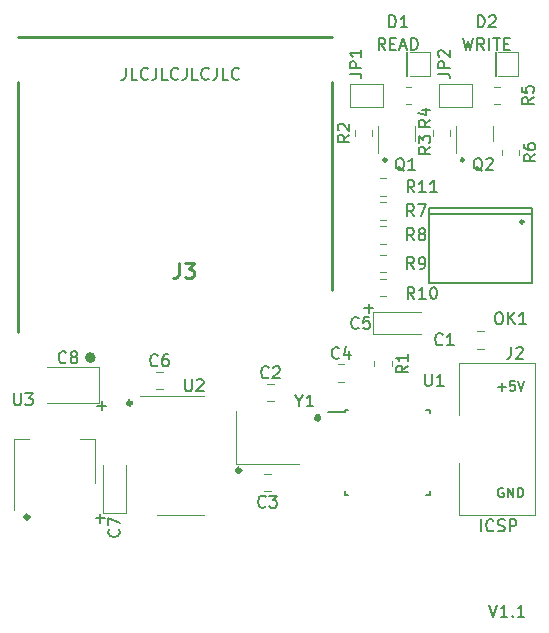
<source format=gbr>
%TF.GenerationSoftware,KiCad,Pcbnew,7.0.8*%
%TF.CreationDate,2023-11-03T15:22:21-05:00*%
%TF.ProjectId,tapecart-sd-vertical,74617065-6361-4727-942d-73642d766572,rev?*%
%TF.SameCoordinates,Original*%
%TF.FileFunction,Legend,Top*%
%TF.FilePolarity,Positive*%
%FSLAX46Y46*%
G04 Gerber Fmt 4.6, Leading zero omitted, Abs format (unit mm)*
G04 Created by KiCad (PCBNEW 7.0.8) date 2023-11-03 15:22:21*
%MOMM*%
%LPD*%
G01*
G04 APERTURE LIST*
%ADD10C,0.358981*%
%ADD11C,0.275000*%
%ADD12C,0.150000*%
%ADD13C,0.200000*%
%ADD14C,0.254000*%
%ADD15C,0.120000*%
%ADD16C,0.500000*%
%ADD17C,0.152400*%
%ADD18C,0.276100*%
G04 APERTURE END LIST*
D10*
X154581509Y-119380000D02*
G75*
G03*
X154581509Y-119380000I-179490J0D01*
G01*
X161245471Y-114935000D02*
G75*
G03*
X161245471Y-114935000I-179490J0D01*
G01*
D11*
X173492500Y-93091000D02*
G75*
G03*
X173492500Y-93091000I-137500J0D01*
G01*
D10*
X145340490Y-113665000D02*
G75*
G03*
X145340490Y-113665000I-179490J0D01*
G01*
X136674509Y-123317000D02*
G75*
G03*
X136674509Y-123317000I-179490J0D01*
G01*
D11*
X166942500Y-93091000D02*
G75*
G03*
X166942500Y-93091000I-137500J0D01*
G01*
D12*
X176809476Y-120885390D02*
X176733286Y-120847295D01*
X176733286Y-120847295D02*
X176619000Y-120847295D01*
X176619000Y-120847295D02*
X176504714Y-120885390D01*
X176504714Y-120885390D02*
X176428524Y-120961580D01*
X176428524Y-120961580D02*
X176390429Y-121037771D01*
X176390429Y-121037771D02*
X176352333Y-121190152D01*
X176352333Y-121190152D02*
X176352333Y-121304438D01*
X176352333Y-121304438D02*
X176390429Y-121456819D01*
X176390429Y-121456819D02*
X176428524Y-121533009D01*
X176428524Y-121533009D02*
X176504714Y-121609200D01*
X176504714Y-121609200D02*
X176619000Y-121647295D01*
X176619000Y-121647295D02*
X176695191Y-121647295D01*
X176695191Y-121647295D02*
X176809476Y-121609200D01*
X176809476Y-121609200D02*
X176847572Y-121571104D01*
X176847572Y-121571104D02*
X176847572Y-121304438D01*
X176847572Y-121304438D02*
X176695191Y-121304438D01*
X177190429Y-121647295D02*
X177190429Y-120847295D01*
X177190429Y-120847295D02*
X177647572Y-121647295D01*
X177647572Y-121647295D02*
X177647572Y-120847295D01*
X178028524Y-121647295D02*
X178028524Y-120847295D01*
X178028524Y-120847295D02*
X178219000Y-120847295D01*
X178219000Y-120847295D02*
X178333286Y-120885390D01*
X178333286Y-120885390D02*
X178409476Y-120961580D01*
X178409476Y-120961580D02*
X178447571Y-121037771D01*
X178447571Y-121037771D02*
X178485667Y-121190152D01*
X178485667Y-121190152D02*
X178485667Y-121304438D01*
X178485667Y-121304438D02*
X178447571Y-121456819D01*
X178447571Y-121456819D02*
X178409476Y-121533009D01*
X178409476Y-121533009D02*
X178333286Y-121609200D01*
X178333286Y-121609200D02*
X178219000Y-121647295D01*
X178219000Y-121647295D02*
X178028524Y-121647295D01*
D13*
X144859951Y-85304219D02*
X144859951Y-86018504D01*
X144859951Y-86018504D02*
X144812332Y-86161361D01*
X144812332Y-86161361D02*
X144717094Y-86256600D01*
X144717094Y-86256600D02*
X144574237Y-86304219D01*
X144574237Y-86304219D02*
X144478999Y-86304219D01*
X145812332Y-86304219D02*
X145336142Y-86304219D01*
X145336142Y-86304219D02*
X145336142Y-85304219D01*
X146717094Y-86208980D02*
X146669475Y-86256600D01*
X146669475Y-86256600D02*
X146526618Y-86304219D01*
X146526618Y-86304219D02*
X146431380Y-86304219D01*
X146431380Y-86304219D02*
X146288523Y-86256600D01*
X146288523Y-86256600D02*
X146193285Y-86161361D01*
X146193285Y-86161361D02*
X146145666Y-86066123D01*
X146145666Y-86066123D02*
X146098047Y-85875647D01*
X146098047Y-85875647D02*
X146098047Y-85732790D01*
X146098047Y-85732790D02*
X146145666Y-85542314D01*
X146145666Y-85542314D02*
X146193285Y-85447076D01*
X146193285Y-85447076D02*
X146288523Y-85351838D01*
X146288523Y-85351838D02*
X146431380Y-85304219D01*
X146431380Y-85304219D02*
X146526618Y-85304219D01*
X146526618Y-85304219D02*
X146669475Y-85351838D01*
X146669475Y-85351838D02*
X146717094Y-85399457D01*
X147431380Y-85304219D02*
X147431380Y-86018504D01*
X147431380Y-86018504D02*
X147383761Y-86161361D01*
X147383761Y-86161361D02*
X147288523Y-86256600D01*
X147288523Y-86256600D02*
X147145666Y-86304219D01*
X147145666Y-86304219D02*
X147050428Y-86304219D01*
X148383761Y-86304219D02*
X147907571Y-86304219D01*
X147907571Y-86304219D02*
X147907571Y-85304219D01*
X149288523Y-86208980D02*
X149240904Y-86256600D01*
X149240904Y-86256600D02*
X149098047Y-86304219D01*
X149098047Y-86304219D02*
X149002809Y-86304219D01*
X149002809Y-86304219D02*
X148859952Y-86256600D01*
X148859952Y-86256600D02*
X148764714Y-86161361D01*
X148764714Y-86161361D02*
X148717095Y-86066123D01*
X148717095Y-86066123D02*
X148669476Y-85875647D01*
X148669476Y-85875647D02*
X148669476Y-85732790D01*
X148669476Y-85732790D02*
X148717095Y-85542314D01*
X148717095Y-85542314D02*
X148764714Y-85447076D01*
X148764714Y-85447076D02*
X148859952Y-85351838D01*
X148859952Y-85351838D02*
X149002809Y-85304219D01*
X149002809Y-85304219D02*
X149098047Y-85304219D01*
X149098047Y-85304219D02*
X149240904Y-85351838D01*
X149240904Y-85351838D02*
X149288523Y-85399457D01*
X150002809Y-85304219D02*
X150002809Y-86018504D01*
X150002809Y-86018504D02*
X149955190Y-86161361D01*
X149955190Y-86161361D02*
X149859952Y-86256600D01*
X149859952Y-86256600D02*
X149717095Y-86304219D01*
X149717095Y-86304219D02*
X149621857Y-86304219D01*
X150955190Y-86304219D02*
X150479000Y-86304219D01*
X150479000Y-86304219D02*
X150479000Y-85304219D01*
X151859952Y-86208980D02*
X151812333Y-86256600D01*
X151812333Y-86256600D02*
X151669476Y-86304219D01*
X151669476Y-86304219D02*
X151574238Y-86304219D01*
X151574238Y-86304219D02*
X151431381Y-86256600D01*
X151431381Y-86256600D02*
X151336143Y-86161361D01*
X151336143Y-86161361D02*
X151288524Y-86066123D01*
X151288524Y-86066123D02*
X151240905Y-85875647D01*
X151240905Y-85875647D02*
X151240905Y-85732790D01*
X151240905Y-85732790D02*
X151288524Y-85542314D01*
X151288524Y-85542314D02*
X151336143Y-85447076D01*
X151336143Y-85447076D02*
X151431381Y-85351838D01*
X151431381Y-85351838D02*
X151574238Y-85304219D01*
X151574238Y-85304219D02*
X151669476Y-85304219D01*
X151669476Y-85304219D02*
X151812333Y-85351838D01*
X151812333Y-85351838D02*
X151859952Y-85399457D01*
X152574238Y-85304219D02*
X152574238Y-86018504D01*
X152574238Y-86018504D02*
X152526619Y-86161361D01*
X152526619Y-86161361D02*
X152431381Y-86256600D01*
X152431381Y-86256600D02*
X152288524Y-86304219D01*
X152288524Y-86304219D02*
X152193286Y-86304219D01*
X153526619Y-86304219D02*
X153050429Y-86304219D01*
X153050429Y-86304219D02*
X153050429Y-85304219D01*
X154431381Y-86208980D02*
X154383762Y-86256600D01*
X154383762Y-86256600D02*
X154240905Y-86304219D01*
X154240905Y-86304219D02*
X154145667Y-86304219D01*
X154145667Y-86304219D02*
X154002810Y-86256600D01*
X154002810Y-86256600D02*
X153907572Y-86161361D01*
X153907572Y-86161361D02*
X153859953Y-86066123D01*
X153859953Y-86066123D02*
X153812334Y-85875647D01*
X153812334Y-85875647D02*
X153812334Y-85732790D01*
X153812334Y-85732790D02*
X153859953Y-85542314D01*
X153859953Y-85542314D02*
X153907572Y-85447076D01*
X153907572Y-85447076D02*
X154002810Y-85351838D01*
X154002810Y-85351838D02*
X154145667Y-85304219D01*
X154145667Y-85304219D02*
X154240905Y-85304219D01*
X154240905Y-85304219D02*
X154383762Y-85351838D01*
X154383762Y-85351838D02*
X154431381Y-85399457D01*
D12*
X142449779Y-113915866D02*
X143211684Y-113915866D01*
X142830731Y-114296819D02*
X142830731Y-113534914D01*
X142322779Y-123440866D02*
X143084684Y-123440866D01*
X142703731Y-123821819D02*
X142703731Y-123059914D01*
X176390429Y-112325533D02*
X176999953Y-112325533D01*
X176695191Y-112630295D02*
X176695191Y-112020771D01*
X177761857Y-111830295D02*
X177380905Y-111830295D01*
X177380905Y-111830295D02*
X177342809Y-112211247D01*
X177342809Y-112211247D02*
X177380905Y-112173152D01*
X177380905Y-112173152D02*
X177457095Y-112135057D01*
X177457095Y-112135057D02*
X177647571Y-112135057D01*
X177647571Y-112135057D02*
X177723762Y-112173152D01*
X177723762Y-112173152D02*
X177761857Y-112211247D01*
X177761857Y-112211247D02*
X177799952Y-112287438D01*
X177799952Y-112287438D02*
X177799952Y-112477914D01*
X177799952Y-112477914D02*
X177761857Y-112554104D01*
X177761857Y-112554104D02*
X177723762Y-112592200D01*
X177723762Y-112592200D02*
X177647571Y-112630295D01*
X177647571Y-112630295D02*
X177457095Y-112630295D01*
X177457095Y-112630295D02*
X177380905Y-112592200D01*
X177380905Y-112592200D02*
X177342809Y-112554104D01*
X178028524Y-111830295D02*
X178295191Y-112630295D01*
X178295191Y-112630295D02*
X178561857Y-111830295D01*
X165055779Y-105660866D02*
X165817684Y-105660866D01*
X165436731Y-106041819D02*
X165436731Y-105279914D01*
D13*
X175641191Y-130770219D02*
X175974524Y-131770219D01*
X175974524Y-131770219D02*
X176307857Y-130770219D01*
X177165000Y-131770219D02*
X176593572Y-131770219D01*
X176879286Y-131770219D02*
X176879286Y-130770219D01*
X176879286Y-130770219D02*
X176784048Y-130913076D01*
X176784048Y-130913076D02*
X176688810Y-131008314D01*
X176688810Y-131008314D02*
X176593572Y-131055933D01*
X177593572Y-131674980D02*
X177641191Y-131722600D01*
X177641191Y-131722600D02*
X177593572Y-131770219D01*
X177593572Y-131770219D02*
X177545953Y-131722600D01*
X177545953Y-131722600D02*
X177593572Y-131674980D01*
X177593572Y-131674980D02*
X177593572Y-131770219D01*
X178593571Y-131770219D02*
X178022143Y-131770219D01*
X178307857Y-131770219D02*
X178307857Y-130770219D01*
X178307857Y-130770219D02*
X178212619Y-130913076D01*
X178212619Y-130913076D02*
X178117381Y-131008314D01*
X178117381Y-131008314D02*
X178022143Y-131055933D01*
D12*
X170180095Y-111214819D02*
X170180095Y-112024342D01*
X170180095Y-112024342D02*
X170227714Y-112119580D01*
X170227714Y-112119580D02*
X170275333Y-112167200D01*
X170275333Y-112167200D02*
X170370571Y-112214819D01*
X170370571Y-112214819D02*
X170561047Y-112214819D01*
X170561047Y-112214819D02*
X170656285Y-112167200D01*
X170656285Y-112167200D02*
X170703904Y-112119580D01*
X170703904Y-112119580D02*
X170751523Y-112024342D01*
X170751523Y-112024342D02*
X170751523Y-111214819D01*
X171751523Y-112214819D02*
X171180095Y-112214819D01*
X171465809Y-112214819D02*
X171465809Y-111214819D01*
X171465809Y-111214819D02*
X171370571Y-111357676D01*
X171370571Y-111357676D02*
X171275333Y-111452914D01*
X171275333Y-111452914D02*
X171180095Y-111500533D01*
X144250580Y-124372666D02*
X144298200Y-124420285D01*
X144298200Y-124420285D02*
X144345819Y-124563142D01*
X144345819Y-124563142D02*
X144345819Y-124658380D01*
X144345819Y-124658380D02*
X144298200Y-124801237D01*
X144298200Y-124801237D02*
X144202961Y-124896475D01*
X144202961Y-124896475D02*
X144107723Y-124944094D01*
X144107723Y-124944094D02*
X143917247Y-124991713D01*
X143917247Y-124991713D02*
X143774390Y-124991713D01*
X143774390Y-124991713D02*
X143583914Y-124944094D01*
X143583914Y-124944094D02*
X143488676Y-124896475D01*
X143488676Y-124896475D02*
X143393438Y-124801237D01*
X143393438Y-124801237D02*
X143345819Y-124658380D01*
X143345819Y-124658380D02*
X143345819Y-124563142D01*
X143345819Y-124563142D02*
X143393438Y-124420285D01*
X143393438Y-124420285D02*
X143441057Y-124372666D01*
X143345819Y-124039332D02*
X143345819Y-123372666D01*
X143345819Y-123372666D02*
X144345819Y-123801237D01*
X175037761Y-94022057D02*
X174942523Y-93974438D01*
X174942523Y-93974438D02*
X174847285Y-93879200D01*
X174847285Y-93879200D02*
X174704428Y-93736342D01*
X174704428Y-93736342D02*
X174609190Y-93688723D01*
X174609190Y-93688723D02*
X174513952Y-93688723D01*
X174561571Y-93926819D02*
X174466333Y-93879200D01*
X174466333Y-93879200D02*
X174371095Y-93783961D01*
X174371095Y-93783961D02*
X174323476Y-93593485D01*
X174323476Y-93593485D02*
X174323476Y-93260152D01*
X174323476Y-93260152D02*
X174371095Y-93069676D01*
X174371095Y-93069676D02*
X174466333Y-92974438D01*
X174466333Y-92974438D02*
X174561571Y-92926819D01*
X174561571Y-92926819D02*
X174752047Y-92926819D01*
X174752047Y-92926819D02*
X174847285Y-92974438D01*
X174847285Y-92974438D02*
X174942523Y-93069676D01*
X174942523Y-93069676D02*
X174990142Y-93260152D01*
X174990142Y-93260152D02*
X174990142Y-93593485D01*
X174990142Y-93593485D02*
X174942523Y-93783961D01*
X174942523Y-93783961D02*
X174847285Y-93879200D01*
X174847285Y-93879200D02*
X174752047Y-93926819D01*
X174752047Y-93926819D02*
X174561571Y-93926819D01*
X175371095Y-93022057D02*
X175418714Y-92974438D01*
X175418714Y-92974438D02*
X175513952Y-92926819D01*
X175513952Y-92926819D02*
X175752047Y-92926819D01*
X175752047Y-92926819D02*
X175847285Y-92974438D01*
X175847285Y-92974438D02*
X175894904Y-93022057D01*
X175894904Y-93022057D02*
X175942523Y-93117295D01*
X175942523Y-93117295D02*
X175942523Y-93212533D01*
X175942523Y-93212533D02*
X175894904Y-93355390D01*
X175894904Y-93355390D02*
X175323476Y-93926819D01*
X175323476Y-93926819D02*
X175942523Y-93926819D01*
X169251333Y-102308819D02*
X168918000Y-101832628D01*
X168679905Y-102308819D02*
X168679905Y-101308819D01*
X168679905Y-101308819D02*
X169060857Y-101308819D01*
X169060857Y-101308819D02*
X169156095Y-101356438D01*
X169156095Y-101356438D02*
X169203714Y-101404057D01*
X169203714Y-101404057D02*
X169251333Y-101499295D01*
X169251333Y-101499295D02*
X169251333Y-101642152D01*
X169251333Y-101642152D02*
X169203714Y-101737390D01*
X169203714Y-101737390D02*
X169156095Y-101785009D01*
X169156095Y-101785009D02*
X169060857Y-101832628D01*
X169060857Y-101832628D02*
X168679905Y-101832628D01*
X169727524Y-102308819D02*
X169918000Y-102308819D01*
X169918000Y-102308819D02*
X170013238Y-102261200D01*
X170013238Y-102261200D02*
X170060857Y-102213580D01*
X170060857Y-102213580D02*
X170156095Y-102070723D01*
X170156095Y-102070723D02*
X170203714Y-101880247D01*
X170203714Y-101880247D02*
X170203714Y-101499295D01*
X170203714Y-101499295D02*
X170156095Y-101404057D01*
X170156095Y-101404057D02*
X170108476Y-101356438D01*
X170108476Y-101356438D02*
X170013238Y-101308819D01*
X170013238Y-101308819D02*
X169822762Y-101308819D01*
X169822762Y-101308819D02*
X169727524Y-101356438D01*
X169727524Y-101356438D02*
X169679905Y-101404057D01*
X169679905Y-101404057D02*
X169632286Y-101499295D01*
X169632286Y-101499295D02*
X169632286Y-101737390D01*
X169632286Y-101737390D02*
X169679905Y-101832628D01*
X169679905Y-101832628D02*
X169727524Y-101880247D01*
X169727524Y-101880247D02*
X169822762Y-101927866D01*
X169822762Y-101927866D02*
X170013238Y-101927866D01*
X170013238Y-101927866D02*
X170108476Y-101880247D01*
X170108476Y-101880247D02*
X170156095Y-101832628D01*
X170156095Y-101832628D02*
X170203714Y-101737390D01*
X147534333Y-110468580D02*
X147486714Y-110516200D01*
X147486714Y-110516200D02*
X147343857Y-110563819D01*
X147343857Y-110563819D02*
X147248619Y-110563819D01*
X147248619Y-110563819D02*
X147105762Y-110516200D01*
X147105762Y-110516200D02*
X147010524Y-110420961D01*
X147010524Y-110420961D02*
X146962905Y-110325723D01*
X146962905Y-110325723D02*
X146915286Y-110135247D01*
X146915286Y-110135247D02*
X146915286Y-109992390D01*
X146915286Y-109992390D02*
X146962905Y-109801914D01*
X146962905Y-109801914D02*
X147010524Y-109706676D01*
X147010524Y-109706676D02*
X147105762Y-109611438D01*
X147105762Y-109611438D02*
X147248619Y-109563819D01*
X147248619Y-109563819D02*
X147343857Y-109563819D01*
X147343857Y-109563819D02*
X147486714Y-109611438D01*
X147486714Y-109611438D02*
X147534333Y-109659057D01*
X148391476Y-109563819D02*
X148201000Y-109563819D01*
X148201000Y-109563819D02*
X148105762Y-109611438D01*
X148105762Y-109611438D02*
X148058143Y-109659057D01*
X148058143Y-109659057D02*
X147962905Y-109801914D01*
X147962905Y-109801914D02*
X147915286Y-109992390D01*
X147915286Y-109992390D02*
X147915286Y-110373342D01*
X147915286Y-110373342D02*
X147962905Y-110468580D01*
X147962905Y-110468580D02*
X148010524Y-110516200D01*
X148010524Y-110516200D02*
X148105762Y-110563819D01*
X148105762Y-110563819D02*
X148296238Y-110563819D01*
X148296238Y-110563819D02*
X148391476Y-110516200D01*
X148391476Y-110516200D02*
X148439095Y-110468580D01*
X148439095Y-110468580D02*
X148486714Y-110373342D01*
X148486714Y-110373342D02*
X148486714Y-110135247D01*
X148486714Y-110135247D02*
X148439095Y-110040009D01*
X148439095Y-110040009D02*
X148391476Y-109992390D01*
X148391476Y-109992390D02*
X148296238Y-109944771D01*
X148296238Y-109944771D02*
X148105762Y-109944771D01*
X148105762Y-109944771D02*
X148010524Y-109992390D01*
X148010524Y-109992390D02*
X147962905Y-110040009D01*
X147962905Y-110040009D02*
X147915286Y-110135247D01*
X163776819Y-90971666D02*
X163300628Y-91304999D01*
X163776819Y-91543094D02*
X162776819Y-91543094D01*
X162776819Y-91543094D02*
X162776819Y-91162142D01*
X162776819Y-91162142D02*
X162824438Y-91066904D01*
X162824438Y-91066904D02*
X162872057Y-91019285D01*
X162872057Y-91019285D02*
X162967295Y-90971666D01*
X162967295Y-90971666D02*
X163110152Y-90971666D01*
X163110152Y-90971666D02*
X163205390Y-91019285D01*
X163205390Y-91019285D02*
X163253009Y-91066904D01*
X163253009Y-91066904D02*
X163300628Y-91162142D01*
X163300628Y-91162142D02*
X163300628Y-91543094D01*
X162872057Y-90590713D02*
X162824438Y-90543094D01*
X162824438Y-90543094D02*
X162776819Y-90447856D01*
X162776819Y-90447856D02*
X162776819Y-90209761D01*
X162776819Y-90209761D02*
X162824438Y-90114523D01*
X162824438Y-90114523D02*
X162872057Y-90066904D01*
X162872057Y-90066904D02*
X162967295Y-90019285D01*
X162967295Y-90019285D02*
X163062533Y-90019285D01*
X163062533Y-90019285D02*
X163205390Y-90066904D01*
X163205390Y-90066904D02*
X163776819Y-90638332D01*
X163776819Y-90638332D02*
X163776819Y-90019285D01*
X170634819Y-89701666D02*
X170158628Y-90034999D01*
X170634819Y-90273094D02*
X169634819Y-90273094D01*
X169634819Y-90273094D02*
X169634819Y-89892142D01*
X169634819Y-89892142D02*
X169682438Y-89796904D01*
X169682438Y-89796904D02*
X169730057Y-89749285D01*
X169730057Y-89749285D02*
X169825295Y-89701666D01*
X169825295Y-89701666D02*
X169968152Y-89701666D01*
X169968152Y-89701666D02*
X170063390Y-89749285D01*
X170063390Y-89749285D02*
X170111009Y-89796904D01*
X170111009Y-89796904D02*
X170158628Y-89892142D01*
X170158628Y-89892142D02*
X170158628Y-90273094D01*
X169968152Y-88844523D02*
X170634819Y-88844523D01*
X169587200Y-89082618D02*
X170301485Y-89320713D01*
X170301485Y-89320713D02*
X170301485Y-88701666D01*
X171285819Y-85796333D02*
X172000104Y-85796333D01*
X172000104Y-85796333D02*
X172142961Y-85843952D01*
X172142961Y-85843952D02*
X172238200Y-85939190D01*
X172238200Y-85939190D02*
X172285819Y-86082047D01*
X172285819Y-86082047D02*
X172285819Y-86177285D01*
X172285819Y-85320142D02*
X171285819Y-85320142D01*
X171285819Y-85320142D02*
X171285819Y-84939190D01*
X171285819Y-84939190D02*
X171333438Y-84843952D01*
X171333438Y-84843952D02*
X171381057Y-84796333D01*
X171381057Y-84796333D02*
X171476295Y-84748714D01*
X171476295Y-84748714D02*
X171619152Y-84748714D01*
X171619152Y-84748714D02*
X171714390Y-84796333D01*
X171714390Y-84796333D02*
X171762009Y-84843952D01*
X171762009Y-84843952D02*
X171809628Y-84939190D01*
X171809628Y-84939190D02*
X171809628Y-85320142D01*
X171381057Y-84367761D02*
X171333438Y-84320142D01*
X171333438Y-84320142D02*
X171285819Y-84224904D01*
X171285819Y-84224904D02*
X171285819Y-83986809D01*
X171285819Y-83986809D02*
X171333438Y-83891571D01*
X171333438Y-83891571D02*
X171381057Y-83843952D01*
X171381057Y-83843952D02*
X171476295Y-83796333D01*
X171476295Y-83796333D02*
X171571533Y-83796333D01*
X171571533Y-83796333D02*
X171714390Y-83843952D01*
X171714390Y-83843952D02*
X172285819Y-84415380D01*
X172285819Y-84415380D02*
X172285819Y-83796333D01*
X169283142Y-95831819D02*
X168949809Y-95355628D01*
X168711714Y-95831819D02*
X168711714Y-94831819D01*
X168711714Y-94831819D02*
X169092666Y-94831819D01*
X169092666Y-94831819D02*
X169187904Y-94879438D01*
X169187904Y-94879438D02*
X169235523Y-94927057D01*
X169235523Y-94927057D02*
X169283142Y-95022295D01*
X169283142Y-95022295D02*
X169283142Y-95165152D01*
X169283142Y-95165152D02*
X169235523Y-95260390D01*
X169235523Y-95260390D02*
X169187904Y-95308009D01*
X169187904Y-95308009D02*
X169092666Y-95355628D01*
X169092666Y-95355628D02*
X168711714Y-95355628D01*
X170235523Y-95831819D02*
X169664095Y-95831819D01*
X169949809Y-95831819D02*
X169949809Y-94831819D01*
X169949809Y-94831819D02*
X169854571Y-94974676D01*
X169854571Y-94974676D02*
X169759333Y-95069914D01*
X169759333Y-95069914D02*
X169664095Y-95117533D01*
X171187904Y-95831819D02*
X170616476Y-95831819D01*
X170902190Y-95831819D02*
X170902190Y-94831819D01*
X170902190Y-94831819D02*
X170806952Y-94974676D01*
X170806952Y-94974676D02*
X170711714Y-95069914D01*
X170711714Y-95069914D02*
X170616476Y-95117533D01*
X167155905Y-81861819D02*
X167155905Y-80861819D01*
X167155905Y-80861819D02*
X167394000Y-80861819D01*
X167394000Y-80861819D02*
X167536857Y-80909438D01*
X167536857Y-80909438D02*
X167632095Y-81004676D01*
X167632095Y-81004676D02*
X167679714Y-81099914D01*
X167679714Y-81099914D02*
X167727333Y-81290390D01*
X167727333Y-81290390D02*
X167727333Y-81433247D01*
X167727333Y-81433247D02*
X167679714Y-81623723D01*
X167679714Y-81623723D02*
X167632095Y-81718961D01*
X167632095Y-81718961D02*
X167536857Y-81814200D01*
X167536857Y-81814200D02*
X167394000Y-81861819D01*
X167394000Y-81861819D02*
X167155905Y-81861819D01*
X168679714Y-81861819D02*
X168108286Y-81861819D01*
X168394000Y-81861819D02*
X168394000Y-80861819D01*
X168394000Y-80861819D02*
X168298762Y-81004676D01*
X168298762Y-81004676D02*
X168203524Y-81099914D01*
X168203524Y-81099914D02*
X168108286Y-81147533D01*
X166822571Y-83766819D02*
X166489238Y-83290628D01*
X166251143Y-83766819D02*
X166251143Y-82766819D01*
X166251143Y-82766819D02*
X166632095Y-82766819D01*
X166632095Y-82766819D02*
X166727333Y-82814438D01*
X166727333Y-82814438D02*
X166774952Y-82862057D01*
X166774952Y-82862057D02*
X166822571Y-82957295D01*
X166822571Y-82957295D02*
X166822571Y-83100152D01*
X166822571Y-83100152D02*
X166774952Y-83195390D01*
X166774952Y-83195390D02*
X166727333Y-83243009D01*
X166727333Y-83243009D02*
X166632095Y-83290628D01*
X166632095Y-83290628D02*
X166251143Y-83290628D01*
X167251143Y-83243009D02*
X167584476Y-83243009D01*
X167727333Y-83766819D02*
X167251143Y-83766819D01*
X167251143Y-83766819D02*
X167251143Y-82766819D01*
X167251143Y-82766819D02*
X167727333Y-82766819D01*
X168108286Y-83481104D02*
X168584476Y-83481104D01*
X168013048Y-83766819D02*
X168346381Y-82766819D01*
X168346381Y-82766819D02*
X168679714Y-83766819D01*
X169013048Y-83766819D02*
X169013048Y-82766819D01*
X169013048Y-82766819D02*
X169251143Y-82766819D01*
X169251143Y-82766819D02*
X169394000Y-82814438D01*
X169394000Y-82814438D02*
X169489238Y-82909676D01*
X169489238Y-82909676D02*
X169536857Y-83004914D01*
X169536857Y-83004914D02*
X169584476Y-83195390D01*
X169584476Y-83195390D02*
X169584476Y-83338247D01*
X169584476Y-83338247D02*
X169536857Y-83528723D01*
X169536857Y-83528723D02*
X169489238Y-83623961D01*
X169489238Y-83623961D02*
X169394000Y-83719200D01*
X169394000Y-83719200D02*
X169251143Y-83766819D01*
X169251143Y-83766819D02*
X169013048Y-83766819D01*
X156932333Y-111484580D02*
X156884714Y-111532200D01*
X156884714Y-111532200D02*
X156741857Y-111579819D01*
X156741857Y-111579819D02*
X156646619Y-111579819D01*
X156646619Y-111579819D02*
X156503762Y-111532200D01*
X156503762Y-111532200D02*
X156408524Y-111436961D01*
X156408524Y-111436961D02*
X156360905Y-111341723D01*
X156360905Y-111341723D02*
X156313286Y-111151247D01*
X156313286Y-111151247D02*
X156313286Y-111008390D01*
X156313286Y-111008390D02*
X156360905Y-110817914D01*
X156360905Y-110817914D02*
X156408524Y-110722676D01*
X156408524Y-110722676D02*
X156503762Y-110627438D01*
X156503762Y-110627438D02*
X156646619Y-110579819D01*
X156646619Y-110579819D02*
X156741857Y-110579819D01*
X156741857Y-110579819D02*
X156884714Y-110627438D01*
X156884714Y-110627438D02*
X156932333Y-110675057D01*
X157313286Y-110675057D02*
X157360905Y-110627438D01*
X157360905Y-110627438D02*
X157456143Y-110579819D01*
X157456143Y-110579819D02*
X157694238Y-110579819D01*
X157694238Y-110579819D02*
X157789476Y-110627438D01*
X157789476Y-110627438D02*
X157837095Y-110675057D01*
X157837095Y-110675057D02*
X157884714Y-110770295D01*
X157884714Y-110770295D02*
X157884714Y-110865533D01*
X157884714Y-110865533D02*
X157837095Y-111008390D01*
X157837095Y-111008390D02*
X157265667Y-111579819D01*
X157265667Y-111579819D02*
X157884714Y-111579819D01*
X179381819Y-87796666D02*
X178905628Y-88129999D01*
X179381819Y-88368094D02*
X178381819Y-88368094D01*
X178381819Y-88368094D02*
X178381819Y-87987142D01*
X178381819Y-87987142D02*
X178429438Y-87891904D01*
X178429438Y-87891904D02*
X178477057Y-87844285D01*
X178477057Y-87844285D02*
X178572295Y-87796666D01*
X178572295Y-87796666D02*
X178715152Y-87796666D01*
X178715152Y-87796666D02*
X178810390Y-87844285D01*
X178810390Y-87844285D02*
X178858009Y-87891904D01*
X178858009Y-87891904D02*
X178905628Y-87987142D01*
X178905628Y-87987142D02*
X178905628Y-88368094D01*
X178381819Y-86891904D02*
X178381819Y-87368094D01*
X178381819Y-87368094D02*
X178858009Y-87415713D01*
X178858009Y-87415713D02*
X178810390Y-87368094D01*
X178810390Y-87368094D02*
X178762771Y-87272856D01*
X178762771Y-87272856D02*
X178762771Y-87034761D01*
X178762771Y-87034761D02*
X178810390Y-86939523D01*
X178810390Y-86939523D02*
X178858009Y-86891904D01*
X178858009Y-86891904D02*
X178953247Y-86844285D01*
X178953247Y-86844285D02*
X179191342Y-86844285D01*
X179191342Y-86844285D02*
X179286580Y-86891904D01*
X179286580Y-86891904D02*
X179334200Y-86939523D01*
X179334200Y-86939523D02*
X179381819Y-87034761D01*
X179381819Y-87034761D02*
X179381819Y-87272856D01*
X179381819Y-87272856D02*
X179334200Y-87368094D01*
X179334200Y-87368094D02*
X179286580Y-87415713D01*
X163792819Y-85796333D02*
X164507104Y-85796333D01*
X164507104Y-85796333D02*
X164649961Y-85843952D01*
X164649961Y-85843952D02*
X164745200Y-85939190D01*
X164745200Y-85939190D02*
X164792819Y-86082047D01*
X164792819Y-86082047D02*
X164792819Y-86177285D01*
X164792819Y-85320142D02*
X163792819Y-85320142D01*
X163792819Y-85320142D02*
X163792819Y-84939190D01*
X163792819Y-84939190D02*
X163840438Y-84843952D01*
X163840438Y-84843952D02*
X163888057Y-84796333D01*
X163888057Y-84796333D02*
X163983295Y-84748714D01*
X163983295Y-84748714D02*
X164126152Y-84748714D01*
X164126152Y-84748714D02*
X164221390Y-84796333D01*
X164221390Y-84796333D02*
X164269009Y-84843952D01*
X164269009Y-84843952D02*
X164316628Y-84939190D01*
X164316628Y-84939190D02*
X164316628Y-85320142D01*
X164792819Y-83796333D02*
X164792819Y-84367761D01*
X164792819Y-84082047D02*
X163792819Y-84082047D01*
X163792819Y-84082047D02*
X163935676Y-84177285D01*
X163935676Y-84177285D02*
X164030914Y-84272523D01*
X164030914Y-84272523D02*
X164078533Y-84367761D01*
X168728819Y-110513666D02*
X168252628Y-110846999D01*
X168728819Y-111085094D02*
X167728819Y-111085094D01*
X167728819Y-111085094D02*
X167728819Y-110704142D01*
X167728819Y-110704142D02*
X167776438Y-110608904D01*
X167776438Y-110608904D02*
X167824057Y-110561285D01*
X167824057Y-110561285D02*
X167919295Y-110513666D01*
X167919295Y-110513666D02*
X168062152Y-110513666D01*
X168062152Y-110513666D02*
X168157390Y-110561285D01*
X168157390Y-110561285D02*
X168205009Y-110608904D01*
X168205009Y-110608904D02*
X168252628Y-110704142D01*
X168252628Y-110704142D02*
X168252628Y-111085094D01*
X168728819Y-109561285D02*
X168728819Y-110132713D01*
X168728819Y-109846999D02*
X167728819Y-109846999D01*
X167728819Y-109846999D02*
X167871676Y-109942237D01*
X167871676Y-109942237D02*
X167966914Y-110037475D01*
X167966914Y-110037475D02*
X168014533Y-110132713D01*
X168433761Y-94022057D02*
X168338523Y-93974438D01*
X168338523Y-93974438D02*
X168243285Y-93879200D01*
X168243285Y-93879200D02*
X168100428Y-93736342D01*
X168100428Y-93736342D02*
X168005190Y-93688723D01*
X168005190Y-93688723D02*
X167909952Y-93688723D01*
X167957571Y-93926819D02*
X167862333Y-93879200D01*
X167862333Y-93879200D02*
X167767095Y-93783961D01*
X167767095Y-93783961D02*
X167719476Y-93593485D01*
X167719476Y-93593485D02*
X167719476Y-93260152D01*
X167719476Y-93260152D02*
X167767095Y-93069676D01*
X167767095Y-93069676D02*
X167862333Y-92974438D01*
X167862333Y-92974438D02*
X167957571Y-92926819D01*
X167957571Y-92926819D02*
X168148047Y-92926819D01*
X168148047Y-92926819D02*
X168243285Y-92974438D01*
X168243285Y-92974438D02*
X168338523Y-93069676D01*
X168338523Y-93069676D02*
X168386142Y-93260152D01*
X168386142Y-93260152D02*
X168386142Y-93593485D01*
X168386142Y-93593485D02*
X168338523Y-93783961D01*
X168338523Y-93783961D02*
X168243285Y-93879200D01*
X168243285Y-93879200D02*
X168148047Y-93926819D01*
X168148047Y-93926819D02*
X167957571Y-93926819D01*
X169338523Y-93926819D02*
X168767095Y-93926819D01*
X169052809Y-93926819D02*
X169052809Y-92926819D01*
X169052809Y-92926819D02*
X168957571Y-93069676D01*
X168957571Y-93069676D02*
X168862333Y-93164914D01*
X168862333Y-93164914D02*
X168767095Y-93212533D01*
X159543809Y-113489628D02*
X159543809Y-113965819D01*
X159210476Y-112965819D02*
X159543809Y-113489628D01*
X159543809Y-113489628D02*
X159877142Y-112965819D01*
X160734285Y-113965819D02*
X160162857Y-113965819D01*
X160448571Y-113965819D02*
X160448571Y-112965819D01*
X160448571Y-112965819D02*
X160353333Y-113108676D01*
X160353333Y-113108676D02*
X160258095Y-113203914D01*
X160258095Y-113203914D02*
X160162857Y-113251533D01*
X169251333Y-99895819D02*
X168918000Y-99419628D01*
X168679905Y-99895819D02*
X168679905Y-98895819D01*
X168679905Y-98895819D02*
X169060857Y-98895819D01*
X169060857Y-98895819D02*
X169156095Y-98943438D01*
X169156095Y-98943438D02*
X169203714Y-98991057D01*
X169203714Y-98991057D02*
X169251333Y-99086295D01*
X169251333Y-99086295D02*
X169251333Y-99229152D01*
X169251333Y-99229152D02*
X169203714Y-99324390D01*
X169203714Y-99324390D02*
X169156095Y-99372009D01*
X169156095Y-99372009D02*
X169060857Y-99419628D01*
X169060857Y-99419628D02*
X168679905Y-99419628D01*
X169822762Y-99324390D02*
X169727524Y-99276771D01*
X169727524Y-99276771D02*
X169679905Y-99229152D01*
X169679905Y-99229152D02*
X169632286Y-99133914D01*
X169632286Y-99133914D02*
X169632286Y-99086295D01*
X169632286Y-99086295D02*
X169679905Y-98991057D01*
X169679905Y-98991057D02*
X169727524Y-98943438D01*
X169727524Y-98943438D02*
X169822762Y-98895819D01*
X169822762Y-98895819D02*
X170013238Y-98895819D01*
X170013238Y-98895819D02*
X170108476Y-98943438D01*
X170108476Y-98943438D02*
X170156095Y-98991057D01*
X170156095Y-98991057D02*
X170203714Y-99086295D01*
X170203714Y-99086295D02*
X170203714Y-99133914D01*
X170203714Y-99133914D02*
X170156095Y-99229152D01*
X170156095Y-99229152D02*
X170108476Y-99276771D01*
X170108476Y-99276771D02*
X170013238Y-99324390D01*
X170013238Y-99324390D02*
X169822762Y-99324390D01*
X169822762Y-99324390D02*
X169727524Y-99372009D01*
X169727524Y-99372009D02*
X169679905Y-99419628D01*
X169679905Y-99419628D02*
X169632286Y-99514866D01*
X169632286Y-99514866D02*
X169632286Y-99705342D01*
X169632286Y-99705342D02*
X169679905Y-99800580D01*
X169679905Y-99800580D02*
X169727524Y-99848200D01*
X169727524Y-99848200D02*
X169822762Y-99895819D01*
X169822762Y-99895819D02*
X170013238Y-99895819D01*
X170013238Y-99895819D02*
X170108476Y-99848200D01*
X170108476Y-99848200D02*
X170156095Y-99800580D01*
X170156095Y-99800580D02*
X170203714Y-99705342D01*
X170203714Y-99705342D02*
X170203714Y-99514866D01*
X170203714Y-99514866D02*
X170156095Y-99419628D01*
X170156095Y-99419628D02*
X170108476Y-99372009D01*
X170108476Y-99372009D02*
X170013238Y-99324390D01*
D14*
X149341337Y-101831318D02*
X149341337Y-102738461D01*
X149341337Y-102738461D02*
X149280860Y-102919889D01*
X149280860Y-102919889D02*
X149159908Y-103040842D01*
X149159908Y-103040842D02*
X148978479Y-103101318D01*
X148978479Y-103101318D02*
X148857527Y-103101318D01*
X149825146Y-101831318D02*
X150611337Y-101831318D01*
X150611337Y-101831318D02*
X150188003Y-102315127D01*
X150188003Y-102315127D02*
X150369432Y-102315127D01*
X150369432Y-102315127D02*
X150490384Y-102375603D01*
X150490384Y-102375603D02*
X150550860Y-102436080D01*
X150550860Y-102436080D02*
X150611337Y-102557032D01*
X150611337Y-102557032D02*
X150611337Y-102859413D01*
X150611337Y-102859413D02*
X150550860Y-102980365D01*
X150550860Y-102980365D02*
X150490384Y-103040842D01*
X150490384Y-103040842D02*
X150369432Y-103101318D01*
X150369432Y-103101318D02*
X150006575Y-103101318D01*
X150006575Y-103101318D02*
X149885622Y-103040842D01*
X149885622Y-103040842D02*
X149825146Y-102980365D01*
D12*
X164552333Y-107293580D02*
X164504714Y-107341200D01*
X164504714Y-107341200D02*
X164361857Y-107388819D01*
X164361857Y-107388819D02*
X164266619Y-107388819D01*
X164266619Y-107388819D02*
X164123762Y-107341200D01*
X164123762Y-107341200D02*
X164028524Y-107245961D01*
X164028524Y-107245961D02*
X163980905Y-107150723D01*
X163980905Y-107150723D02*
X163933286Y-106960247D01*
X163933286Y-106960247D02*
X163933286Y-106817390D01*
X163933286Y-106817390D02*
X163980905Y-106626914D01*
X163980905Y-106626914D02*
X164028524Y-106531676D01*
X164028524Y-106531676D02*
X164123762Y-106436438D01*
X164123762Y-106436438D02*
X164266619Y-106388819D01*
X164266619Y-106388819D02*
X164361857Y-106388819D01*
X164361857Y-106388819D02*
X164504714Y-106436438D01*
X164504714Y-106436438D02*
X164552333Y-106484057D01*
X165457095Y-106388819D02*
X164980905Y-106388819D01*
X164980905Y-106388819D02*
X164933286Y-106865009D01*
X164933286Y-106865009D02*
X164980905Y-106817390D01*
X164980905Y-106817390D02*
X165076143Y-106769771D01*
X165076143Y-106769771D02*
X165314238Y-106769771D01*
X165314238Y-106769771D02*
X165409476Y-106817390D01*
X165409476Y-106817390D02*
X165457095Y-106865009D01*
X165457095Y-106865009D02*
X165504714Y-106960247D01*
X165504714Y-106960247D02*
X165504714Y-107198342D01*
X165504714Y-107198342D02*
X165457095Y-107293580D01*
X165457095Y-107293580D02*
X165409476Y-107341200D01*
X165409476Y-107341200D02*
X165314238Y-107388819D01*
X165314238Y-107388819D02*
X165076143Y-107388819D01*
X165076143Y-107388819D02*
X164980905Y-107341200D01*
X164980905Y-107341200D02*
X164933286Y-107293580D01*
X177466666Y-108928819D02*
X177466666Y-109643104D01*
X177466666Y-109643104D02*
X177419047Y-109785961D01*
X177419047Y-109785961D02*
X177323809Y-109881200D01*
X177323809Y-109881200D02*
X177180952Y-109928819D01*
X177180952Y-109928819D02*
X177085714Y-109928819D01*
X177895238Y-109024057D02*
X177942857Y-108976438D01*
X177942857Y-108976438D02*
X178038095Y-108928819D01*
X178038095Y-108928819D02*
X178276190Y-108928819D01*
X178276190Y-108928819D02*
X178371428Y-108976438D01*
X178371428Y-108976438D02*
X178419047Y-109024057D01*
X178419047Y-109024057D02*
X178466666Y-109119295D01*
X178466666Y-109119295D02*
X178466666Y-109214533D01*
X178466666Y-109214533D02*
X178419047Y-109357390D01*
X178419047Y-109357390D02*
X177847619Y-109928819D01*
X177847619Y-109928819D02*
X178466666Y-109928819D01*
X174926810Y-124533819D02*
X174926810Y-123533819D01*
X175974428Y-124438580D02*
X175926809Y-124486200D01*
X175926809Y-124486200D02*
X175783952Y-124533819D01*
X175783952Y-124533819D02*
X175688714Y-124533819D01*
X175688714Y-124533819D02*
X175545857Y-124486200D01*
X175545857Y-124486200D02*
X175450619Y-124390961D01*
X175450619Y-124390961D02*
X175403000Y-124295723D01*
X175403000Y-124295723D02*
X175355381Y-124105247D01*
X175355381Y-124105247D02*
X175355381Y-123962390D01*
X175355381Y-123962390D02*
X175403000Y-123771914D01*
X175403000Y-123771914D02*
X175450619Y-123676676D01*
X175450619Y-123676676D02*
X175545857Y-123581438D01*
X175545857Y-123581438D02*
X175688714Y-123533819D01*
X175688714Y-123533819D02*
X175783952Y-123533819D01*
X175783952Y-123533819D02*
X175926809Y-123581438D01*
X175926809Y-123581438D02*
X175974428Y-123629057D01*
X176355381Y-124486200D02*
X176498238Y-124533819D01*
X176498238Y-124533819D02*
X176736333Y-124533819D01*
X176736333Y-124533819D02*
X176831571Y-124486200D01*
X176831571Y-124486200D02*
X176879190Y-124438580D01*
X176879190Y-124438580D02*
X176926809Y-124343342D01*
X176926809Y-124343342D02*
X176926809Y-124248104D01*
X176926809Y-124248104D02*
X176879190Y-124152866D01*
X176879190Y-124152866D02*
X176831571Y-124105247D01*
X176831571Y-124105247D02*
X176736333Y-124057628D01*
X176736333Y-124057628D02*
X176545857Y-124010009D01*
X176545857Y-124010009D02*
X176450619Y-123962390D01*
X176450619Y-123962390D02*
X176403000Y-123914771D01*
X176403000Y-123914771D02*
X176355381Y-123819533D01*
X176355381Y-123819533D02*
X176355381Y-123724295D01*
X176355381Y-123724295D02*
X176403000Y-123629057D01*
X176403000Y-123629057D02*
X176450619Y-123581438D01*
X176450619Y-123581438D02*
X176545857Y-123533819D01*
X176545857Y-123533819D02*
X176783952Y-123533819D01*
X176783952Y-123533819D02*
X176926809Y-123581438D01*
X177355381Y-124533819D02*
X177355381Y-123533819D01*
X177355381Y-123533819D02*
X177736333Y-123533819D01*
X177736333Y-123533819D02*
X177831571Y-123581438D01*
X177831571Y-123581438D02*
X177879190Y-123629057D01*
X177879190Y-123629057D02*
X177926809Y-123724295D01*
X177926809Y-123724295D02*
X177926809Y-123867152D01*
X177926809Y-123867152D02*
X177879190Y-123962390D01*
X177879190Y-123962390D02*
X177831571Y-124010009D01*
X177831571Y-124010009D02*
X177736333Y-124057628D01*
X177736333Y-124057628D02*
X177355381Y-124057628D01*
X169251333Y-97863819D02*
X168918000Y-97387628D01*
X168679905Y-97863819D02*
X168679905Y-96863819D01*
X168679905Y-96863819D02*
X169060857Y-96863819D01*
X169060857Y-96863819D02*
X169156095Y-96911438D01*
X169156095Y-96911438D02*
X169203714Y-96959057D01*
X169203714Y-96959057D02*
X169251333Y-97054295D01*
X169251333Y-97054295D02*
X169251333Y-97197152D01*
X169251333Y-97197152D02*
X169203714Y-97292390D01*
X169203714Y-97292390D02*
X169156095Y-97340009D01*
X169156095Y-97340009D02*
X169060857Y-97387628D01*
X169060857Y-97387628D02*
X168679905Y-97387628D01*
X169584667Y-96863819D02*
X170251333Y-96863819D01*
X170251333Y-96863819D02*
X169822762Y-97863819D01*
X179523819Y-92622666D02*
X179047628Y-92955999D01*
X179523819Y-93194094D02*
X178523819Y-93194094D01*
X178523819Y-93194094D02*
X178523819Y-92813142D01*
X178523819Y-92813142D02*
X178571438Y-92717904D01*
X178571438Y-92717904D02*
X178619057Y-92670285D01*
X178619057Y-92670285D02*
X178714295Y-92622666D01*
X178714295Y-92622666D02*
X178857152Y-92622666D01*
X178857152Y-92622666D02*
X178952390Y-92670285D01*
X178952390Y-92670285D02*
X179000009Y-92717904D01*
X179000009Y-92717904D02*
X179047628Y-92813142D01*
X179047628Y-92813142D02*
X179047628Y-93194094D01*
X178523819Y-91765523D02*
X178523819Y-91955999D01*
X178523819Y-91955999D02*
X178571438Y-92051237D01*
X178571438Y-92051237D02*
X178619057Y-92098856D01*
X178619057Y-92098856D02*
X178761914Y-92194094D01*
X178761914Y-92194094D02*
X178952390Y-92241713D01*
X178952390Y-92241713D02*
X179333342Y-92241713D01*
X179333342Y-92241713D02*
X179428580Y-92194094D01*
X179428580Y-92194094D02*
X179476200Y-92146475D01*
X179476200Y-92146475D02*
X179523819Y-92051237D01*
X179523819Y-92051237D02*
X179523819Y-91860761D01*
X179523819Y-91860761D02*
X179476200Y-91765523D01*
X179476200Y-91765523D02*
X179428580Y-91717904D01*
X179428580Y-91717904D02*
X179333342Y-91670285D01*
X179333342Y-91670285D02*
X179095247Y-91670285D01*
X179095247Y-91670285D02*
X179000009Y-91717904D01*
X179000009Y-91717904D02*
X178952390Y-91765523D01*
X178952390Y-91765523D02*
X178904771Y-91860761D01*
X178904771Y-91860761D02*
X178904771Y-92051237D01*
X178904771Y-92051237D02*
X178952390Y-92146475D01*
X178952390Y-92146475D02*
X179000009Y-92194094D01*
X179000009Y-92194094D02*
X179095247Y-92241713D01*
X139787333Y-110214580D02*
X139739714Y-110262200D01*
X139739714Y-110262200D02*
X139596857Y-110309819D01*
X139596857Y-110309819D02*
X139501619Y-110309819D01*
X139501619Y-110309819D02*
X139358762Y-110262200D01*
X139358762Y-110262200D02*
X139263524Y-110166961D01*
X139263524Y-110166961D02*
X139215905Y-110071723D01*
X139215905Y-110071723D02*
X139168286Y-109881247D01*
X139168286Y-109881247D02*
X139168286Y-109738390D01*
X139168286Y-109738390D02*
X139215905Y-109547914D01*
X139215905Y-109547914D02*
X139263524Y-109452676D01*
X139263524Y-109452676D02*
X139358762Y-109357438D01*
X139358762Y-109357438D02*
X139501619Y-109309819D01*
X139501619Y-109309819D02*
X139596857Y-109309819D01*
X139596857Y-109309819D02*
X139739714Y-109357438D01*
X139739714Y-109357438D02*
X139787333Y-109405057D01*
X140358762Y-109738390D02*
X140263524Y-109690771D01*
X140263524Y-109690771D02*
X140215905Y-109643152D01*
X140215905Y-109643152D02*
X140168286Y-109547914D01*
X140168286Y-109547914D02*
X140168286Y-109500295D01*
X140168286Y-109500295D02*
X140215905Y-109405057D01*
X140215905Y-109405057D02*
X140263524Y-109357438D01*
X140263524Y-109357438D02*
X140358762Y-109309819D01*
X140358762Y-109309819D02*
X140549238Y-109309819D01*
X140549238Y-109309819D02*
X140644476Y-109357438D01*
X140644476Y-109357438D02*
X140692095Y-109405057D01*
X140692095Y-109405057D02*
X140739714Y-109500295D01*
X140739714Y-109500295D02*
X140739714Y-109547914D01*
X140739714Y-109547914D02*
X140692095Y-109643152D01*
X140692095Y-109643152D02*
X140644476Y-109690771D01*
X140644476Y-109690771D02*
X140549238Y-109738390D01*
X140549238Y-109738390D02*
X140358762Y-109738390D01*
X140358762Y-109738390D02*
X140263524Y-109786009D01*
X140263524Y-109786009D02*
X140215905Y-109833628D01*
X140215905Y-109833628D02*
X140168286Y-109928866D01*
X140168286Y-109928866D02*
X140168286Y-110119342D01*
X140168286Y-110119342D02*
X140215905Y-110214580D01*
X140215905Y-110214580D02*
X140263524Y-110262200D01*
X140263524Y-110262200D02*
X140358762Y-110309819D01*
X140358762Y-110309819D02*
X140549238Y-110309819D01*
X140549238Y-110309819D02*
X140644476Y-110262200D01*
X140644476Y-110262200D02*
X140692095Y-110214580D01*
X140692095Y-110214580D02*
X140739714Y-110119342D01*
X140739714Y-110119342D02*
X140739714Y-109928866D01*
X140739714Y-109928866D02*
X140692095Y-109833628D01*
X140692095Y-109833628D02*
X140644476Y-109786009D01*
X140644476Y-109786009D02*
X140549238Y-109738390D01*
X171664333Y-108690580D02*
X171616714Y-108738200D01*
X171616714Y-108738200D02*
X171473857Y-108785819D01*
X171473857Y-108785819D02*
X171378619Y-108785819D01*
X171378619Y-108785819D02*
X171235762Y-108738200D01*
X171235762Y-108738200D02*
X171140524Y-108642961D01*
X171140524Y-108642961D02*
X171092905Y-108547723D01*
X171092905Y-108547723D02*
X171045286Y-108357247D01*
X171045286Y-108357247D02*
X171045286Y-108214390D01*
X171045286Y-108214390D02*
X171092905Y-108023914D01*
X171092905Y-108023914D02*
X171140524Y-107928676D01*
X171140524Y-107928676D02*
X171235762Y-107833438D01*
X171235762Y-107833438D02*
X171378619Y-107785819D01*
X171378619Y-107785819D02*
X171473857Y-107785819D01*
X171473857Y-107785819D02*
X171616714Y-107833438D01*
X171616714Y-107833438D02*
X171664333Y-107881057D01*
X172616714Y-108785819D02*
X172045286Y-108785819D01*
X172331000Y-108785819D02*
X172331000Y-107785819D01*
X172331000Y-107785819D02*
X172235762Y-107928676D01*
X172235762Y-107928676D02*
X172140524Y-108023914D01*
X172140524Y-108023914D02*
X172045286Y-108071533D01*
X170634819Y-91987666D02*
X170158628Y-92320999D01*
X170634819Y-92559094D02*
X169634819Y-92559094D01*
X169634819Y-92559094D02*
X169634819Y-92178142D01*
X169634819Y-92178142D02*
X169682438Y-92082904D01*
X169682438Y-92082904D02*
X169730057Y-92035285D01*
X169730057Y-92035285D02*
X169825295Y-91987666D01*
X169825295Y-91987666D02*
X169968152Y-91987666D01*
X169968152Y-91987666D02*
X170063390Y-92035285D01*
X170063390Y-92035285D02*
X170111009Y-92082904D01*
X170111009Y-92082904D02*
X170158628Y-92178142D01*
X170158628Y-92178142D02*
X170158628Y-92559094D01*
X169634819Y-91654332D02*
X169634819Y-91035285D01*
X169634819Y-91035285D02*
X170015771Y-91368618D01*
X170015771Y-91368618D02*
X170015771Y-91225761D01*
X170015771Y-91225761D02*
X170063390Y-91130523D01*
X170063390Y-91130523D02*
X170111009Y-91082904D01*
X170111009Y-91082904D02*
X170206247Y-91035285D01*
X170206247Y-91035285D02*
X170444342Y-91035285D01*
X170444342Y-91035285D02*
X170539580Y-91082904D01*
X170539580Y-91082904D02*
X170587200Y-91130523D01*
X170587200Y-91130523D02*
X170634819Y-91225761D01*
X170634819Y-91225761D02*
X170634819Y-91511475D01*
X170634819Y-91511475D02*
X170587200Y-91606713D01*
X170587200Y-91606713D02*
X170539580Y-91654332D01*
X169283142Y-104848819D02*
X168949809Y-104372628D01*
X168711714Y-104848819D02*
X168711714Y-103848819D01*
X168711714Y-103848819D02*
X169092666Y-103848819D01*
X169092666Y-103848819D02*
X169187904Y-103896438D01*
X169187904Y-103896438D02*
X169235523Y-103944057D01*
X169235523Y-103944057D02*
X169283142Y-104039295D01*
X169283142Y-104039295D02*
X169283142Y-104182152D01*
X169283142Y-104182152D02*
X169235523Y-104277390D01*
X169235523Y-104277390D02*
X169187904Y-104325009D01*
X169187904Y-104325009D02*
X169092666Y-104372628D01*
X169092666Y-104372628D02*
X168711714Y-104372628D01*
X170235523Y-104848819D02*
X169664095Y-104848819D01*
X169949809Y-104848819D02*
X169949809Y-103848819D01*
X169949809Y-103848819D02*
X169854571Y-103991676D01*
X169854571Y-103991676D02*
X169759333Y-104086914D01*
X169759333Y-104086914D02*
X169664095Y-104134533D01*
X170854571Y-103848819D02*
X170949809Y-103848819D01*
X170949809Y-103848819D02*
X171045047Y-103896438D01*
X171045047Y-103896438D02*
X171092666Y-103944057D01*
X171092666Y-103944057D02*
X171140285Y-104039295D01*
X171140285Y-104039295D02*
X171187904Y-104229771D01*
X171187904Y-104229771D02*
X171187904Y-104467866D01*
X171187904Y-104467866D02*
X171140285Y-104658342D01*
X171140285Y-104658342D02*
X171092666Y-104753580D01*
X171092666Y-104753580D02*
X171045047Y-104801200D01*
X171045047Y-104801200D02*
X170949809Y-104848819D01*
X170949809Y-104848819D02*
X170854571Y-104848819D01*
X170854571Y-104848819D02*
X170759333Y-104801200D01*
X170759333Y-104801200D02*
X170711714Y-104753580D01*
X170711714Y-104753580D02*
X170664095Y-104658342D01*
X170664095Y-104658342D02*
X170616476Y-104467866D01*
X170616476Y-104467866D02*
X170616476Y-104229771D01*
X170616476Y-104229771D02*
X170664095Y-104039295D01*
X170664095Y-104039295D02*
X170711714Y-103944057D01*
X170711714Y-103944057D02*
X170759333Y-103896438D01*
X170759333Y-103896438D02*
X170854571Y-103848819D01*
X174648905Y-81861819D02*
X174648905Y-80861819D01*
X174648905Y-80861819D02*
X174887000Y-80861819D01*
X174887000Y-80861819D02*
X175029857Y-80909438D01*
X175029857Y-80909438D02*
X175125095Y-81004676D01*
X175125095Y-81004676D02*
X175172714Y-81099914D01*
X175172714Y-81099914D02*
X175220333Y-81290390D01*
X175220333Y-81290390D02*
X175220333Y-81433247D01*
X175220333Y-81433247D02*
X175172714Y-81623723D01*
X175172714Y-81623723D02*
X175125095Y-81718961D01*
X175125095Y-81718961D02*
X175029857Y-81814200D01*
X175029857Y-81814200D02*
X174887000Y-81861819D01*
X174887000Y-81861819D02*
X174648905Y-81861819D01*
X175601286Y-80957057D02*
X175648905Y-80909438D01*
X175648905Y-80909438D02*
X175744143Y-80861819D01*
X175744143Y-80861819D02*
X175982238Y-80861819D01*
X175982238Y-80861819D02*
X176077476Y-80909438D01*
X176077476Y-80909438D02*
X176125095Y-80957057D01*
X176125095Y-80957057D02*
X176172714Y-81052295D01*
X176172714Y-81052295D02*
X176172714Y-81147533D01*
X176172714Y-81147533D02*
X176125095Y-81290390D01*
X176125095Y-81290390D02*
X175553667Y-81861819D01*
X175553667Y-81861819D02*
X176172714Y-81861819D01*
X173387000Y-82766819D02*
X173625095Y-83766819D01*
X173625095Y-83766819D02*
X173815571Y-83052533D01*
X173815571Y-83052533D02*
X174006047Y-83766819D01*
X174006047Y-83766819D02*
X174244143Y-82766819D01*
X175196523Y-83766819D02*
X174863190Y-83290628D01*
X174625095Y-83766819D02*
X174625095Y-82766819D01*
X174625095Y-82766819D02*
X175006047Y-82766819D01*
X175006047Y-82766819D02*
X175101285Y-82814438D01*
X175101285Y-82814438D02*
X175148904Y-82862057D01*
X175148904Y-82862057D02*
X175196523Y-82957295D01*
X175196523Y-82957295D02*
X175196523Y-83100152D01*
X175196523Y-83100152D02*
X175148904Y-83195390D01*
X175148904Y-83195390D02*
X175101285Y-83243009D01*
X175101285Y-83243009D02*
X175006047Y-83290628D01*
X175006047Y-83290628D02*
X174625095Y-83290628D01*
X175625095Y-83766819D02*
X175625095Y-82766819D01*
X175958428Y-82766819D02*
X176529856Y-82766819D01*
X176244142Y-83766819D02*
X176244142Y-82766819D01*
X176863190Y-83243009D02*
X177196523Y-83243009D01*
X177339380Y-83766819D02*
X176863190Y-83766819D01*
X176863190Y-83766819D02*
X176863190Y-82766819D01*
X176863190Y-82766819D02*
X177339380Y-82766819D01*
X176345479Y-106006770D02*
X176536327Y-106006770D01*
X176536327Y-106006770D02*
X176631751Y-106054482D01*
X176631751Y-106054482D02*
X176727175Y-106149906D01*
X176727175Y-106149906D02*
X176774887Y-106340754D01*
X176774887Y-106340754D02*
X176774887Y-106674738D01*
X176774887Y-106674738D02*
X176727175Y-106865586D01*
X176727175Y-106865586D02*
X176631751Y-106961011D01*
X176631751Y-106961011D02*
X176536327Y-107008723D01*
X176536327Y-107008723D02*
X176345479Y-107008723D01*
X176345479Y-107008723D02*
X176250055Y-106961011D01*
X176250055Y-106961011D02*
X176154631Y-106865586D01*
X176154631Y-106865586D02*
X176106919Y-106674738D01*
X176106919Y-106674738D02*
X176106919Y-106340754D01*
X176106919Y-106340754D02*
X176154631Y-106149906D01*
X176154631Y-106149906D02*
X176250055Y-106054482D01*
X176250055Y-106054482D02*
X176345479Y-106006770D01*
X177204296Y-107008723D02*
X177204296Y-106006770D01*
X177776840Y-107008723D02*
X177347432Y-106436178D01*
X177776840Y-106006770D02*
X177204296Y-106579314D01*
X178731081Y-107008723D02*
X178158537Y-107008723D01*
X178444809Y-107008723D02*
X178444809Y-106006770D01*
X178444809Y-106006770D02*
X178349385Y-106149906D01*
X178349385Y-106149906D02*
X178253961Y-106245330D01*
X178253961Y-106245330D02*
X178158537Y-106293042D01*
X156678333Y-122435580D02*
X156630714Y-122483200D01*
X156630714Y-122483200D02*
X156487857Y-122530819D01*
X156487857Y-122530819D02*
X156392619Y-122530819D01*
X156392619Y-122530819D02*
X156249762Y-122483200D01*
X156249762Y-122483200D02*
X156154524Y-122387961D01*
X156154524Y-122387961D02*
X156106905Y-122292723D01*
X156106905Y-122292723D02*
X156059286Y-122102247D01*
X156059286Y-122102247D02*
X156059286Y-121959390D01*
X156059286Y-121959390D02*
X156106905Y-121768914D01*
X156106905Y-121768914D02*
X156154524Y-121673676D01*
X156154524Y-121673676D02*
X156249762Y-121578438D01*
X156249762Y-121578438D02*
X156392619Y-121530819D01*
X156392619Y-121530819D02*
X156487857Y-121530819D01*
X156487857Y-121530819D02*
X156630714Y-121578438D01*
X156630714Y-121578438D02*
X156678333Y-121626057D01*
X157011667Y-121530819D02*
X157630714Y-121530819D01*
X157630714Y-121530819D02*
X157297381Y-121911771D01*
X157297381Y-121911771D02*
X157440238Y-121911771D01*
X157440238Y-121911771D02*
X157535476Y-121959390D01*
X157535476Y-121959390D02*
X157583095Y-122007009D01*
X157583095Y-122007009D02*
X157630714Y-122102247D01*
X157630714Y-122102247D02*
X157630714Y-122340342D01*
X157630714Y-122340342D02*
X157583095Y-122435580D01*
X157583095Y-122435580D02*
X157535476Y-122483200D01*
X157535476Y-122483200D02*
X157440238Y-122530819D01*
X157440238Y-122530819D02*
X157154524Y-122530819D01*
X157154524Y-122530819D02*
X157059286Y-122483200D01*
X157059286Y-122483200D02*
X157011667Y-122435580D01*
X162901333Y-109833580D02*
X162853714Y-109881200D01*
X162853714Y-109881200D02*
X162710857Y-109928819D01*
X162710857Y-109928819D02*
X162615619Y-109928819D01*
X162615619Y-109928819D02*
X162472762Y-109881200D01*
X162472762Y-109881200D02*
X162377524Y-109785961D01*
X162377524Y-109785961D02*
X162329905Y-109690723D01*
X162329905Y-109690723D02*
X162282286Y-109500247D01*
X162282286Y-109500247D02*
X162282286Y-109357390D01*
X162282286Y-109357390D02*
X162329905Y-109166914D01*
X162329905Y-109166914D02*
X162377524Y-109071676D01*
X162377524Y-109071676D02*
X162472762Y-108976438D01*
X162472762Y-108976438D02*
X162615619Y-108928819D01*
X162615619Y-108928819D02*
X162710857Y-108928819D01*
X162710857Y-108928819D02*
X162853714Y-108976438D01*
X162853714Y-108976438D02*
X162901333Y-109024057D01*
X163758476Y-109262152D02*
X163758476Y-109928819D01*
X163520381Y-108881200D02*
X163282286Y-109595485D01*
X163282286Y-109595485D02*
X163901333Y-109595485D01*
X135382095Y-112865819D02*
X135382095Y-113675342D01*
X135382095Y-113675342D02*
X135429714Y-113770580D01*
X135429714Y-113770580D02*
X135477333Y-113818200D01*
X135477333Y-113818200D02*
X135572571Y-113865819D01*
X135572571Y-113865819D02*
X135763047Y-113865819D01*
X135763047Y-113865819D02*
X135858285Y-113818200D01*
X135858285Y-113818200D02*
X135905904Y-113770580D01*
X135905904Y-113770580D02*
X135953523Y-113675342D01*
X135953523Y-113675342D02*
X135953523Y-112865819D01*
X136334476Y-112865819D02*
X136953523Y-112865819D01*
X136953523Y-112865819D02*
X136620190Y-113246771D01*
X136620190Y-113246771D02*
X136763047Y-113246771D01*
X136763047Y-113246771D02*
X136858285Y-113294390D01*
X136858285Y-113294390D02*
X136905904Y-113342009D01*
X136905904Y-113342009D02*
X136953523Y-113437247D01*
X136953523Y-113437247D02*
X136953523Y-113675342D01*
X136953523Y-113675342D02*
X136905904Y-113770580D01*
X136905904Y-113770580D02*
X136858285Y-113818200D01*
X136858285Y-113818200D02*
X136763047Y-113865819D01*
X136763047Y-113865819D02*
X136477333Y-113865819D01*
X136477333Y-113865819D02*
X136382095Y-113818200D01*
X136382095Y-113818200D02*
X136334476Y-113770580D01*
X149860095Y-111664819D02*
X149860095Y-112474342D01*
X149860095Y-112474342D02*
X149907714Y-112569580D01*
X149907714Y-112569580D02*
X149955333Y-112617200D01*
X149955333Y-112617200D02*
X150050571Y-112664819D01*
X150050571Y-112664819D02*
X150241047Y-112664819D01*
X150241047Y-112664819D02*
X150336285Y-112617200D01*
X150336285Y-112617200D02*
X150383904Y-112569580D01*
X150383904Y-112569580D02*
X150431523Y-112474342D01*
X150431523Y-112474342D02*
X150431523Y-111664819D01*
X150860095Y-111760057D02*
X150907714Y-111712438D01*
X150907714Y-111712438D02*
X151002952Y-111664819D01*
X151002952Y-111664819D02*
X151241047Y-111664819D01*
X151241047Y-111664819D02*
X151336285Y-111712438D01*
X151336285Y-111712438D02*
X151383904Y-111760057D01*
X151383904Y-111760057D02*
X151431523Y-111855295D01*
X151431523Y-111855295D02*
X151431523Y-111950533D01*
X151431523Y-111950533D02*
X151383904Y-112093390D01*
X151383904Y-112093390D02*
X150812476Y-112664819D01*
X150812476Y-112664819D02*
X151431523Y-112664819D01*
%TO.C,U1*%
X163380000Y-114231000D02*
X163380000Y-114456000D01*
X163380000Y-114231000D02*
X163705000Y-114231000D01*
X163380000Y-114456000D02*
X161955000Y-114456000D01*
X163380000Y-121481000D02*
X163380000Y-121156000D01*
X163380000Y-121481000D02*
X163705000Y-121481000D01*
X170630000Y-114231000D02*
X170305000Y-114231000D01*
X170630000Y-114231000D02*
X170630000Y-114556000D01*
X170630000Y-121481000D02*
X170305000Y-121481000D01*
X170630000Y-121481000D02*
X170630000Y-121156000D01*
D15*
%TO.C,C7*%
X142956000Y-123008000D02*
X144826000Y-123008000D01*
X144826000Y-123008000D02*
X144826000Y-118923000D01*
X142956000Y-118923000D02*
X142956000Y-123008000D01*
%TO.C,Q2*%
X172811000Y-90853500D02*
X172811000Y-92528500D01*
X172811000Y-90853500D02*
X172811000Y-90203500D01*
X175931000Y-90853500D02*
X175931000Y-91503500D01*
X175931000Y-90853500D02*
X175931000Y-90203500D01*
%TO.C,R9*%
X166851064Y-102589000D02*
X166396936Y-102589000D01*
X166851064Y-101119000D02*
X166396936Y-101119000D01*
%TO.C,C6*%
X147962252Y-112495000D02*
X147439748Y-112495000D01*
X147962252Y-111025000D02*
X147439748Y-111025000D01*
%TO.C,R2*%
X165708000Y-90577936D02*
X165708000Y-91032064D01*
X164238000Y-90577936D02*
X164238000Y-91032064D01*
%TO.C,R4*%
X169010064Y-88365000D02*
X168555936Y-88365000D01*
X169010064Y-86895000D02*
X168555936Y-86895000D01*
%TO.C,JP2*%
X171357000Y-86630000D02*
X174157000Y-86630000D01*
X171357000Y-88630000D02*
X171357000Y-86630000D01*
X174157000Y-86630000D02*
X174157000Y-88630000D01*
X174157000Y-88630000D02*
X171357000Y-88630000D01*
%TO.C,R11*%
X166851064Y-96112000D02*
X166396936Y-96112000D01*
X166851064Y-94642000D02*
X166396936Y-94642000D01*
%TO.C,D1*%
X168894000Y-83963000D02*
X170594000Y-83963000D01*
X170594000Y-83963000D02*
X170594000Y-85963000D01*
X170594000Y-85963000D02*
X168894000Y-85963000D01*
X168594000Y-83963000D02*
X168694000Y-83963000D01*
X168694000Y-83963000D02*
X168694000Y-85963000D01*
X168694000Y-85963000D02*
X168594000Y-85963000D01*
X168594000Y-85963000D02*
X168594000Y-83963000D01*
%TO.C,C2*%
X157360252Y-113511000D02*
X156837748Y-113511000D01*
X157360252Y-112041000D02*
X156837748Y-112041000D01*
%TO.C,R5*%
X176503064Y-88365000D02*
X176048936Y-88365000D01*
X176503064Y-86895000D02*
X176048936Y-86895000D01*
%TO.C,JP1*%
X163864000Y-86630000D02*
X166664000Y-86630000D01*
X163864000Y-88630000D02*
X163864000Y-86630000D01*
X166664000Y-86630000D02*
X166664000Y-88630000D01*
X166664000Y-88630000D02*
X163864000Y-88630000D01*
%TO.C,R1*%
X167359000Y-110119936D02*
X167359000Y-110574064D01*
X165889000Y-110119936D02*
X165889000Y-110574064D01*
%TO.C,Q1*%
X166207000Y-90853500D02*
X166207000Y-92528500D01*
X166207000Y-90853500D02*
X166207000Y-90203500D01*
X169327000Y-90853500D02*
X169327000Y-91503500D01*
X169327000Y-90853500D02*
X169327000Y-90203500D01*
%TO.C,Y1*%
X154145000Y-114336000D02*
X154145000Y-118836000D01*
X154145000Y-118836000D02*
X159545000Y-118836000D01*
%TO.C,R8*%
X166851064Y-100176000D02*
X166396936Y-100176000D01*
X166851064Y-98706000D02*
X166396936Y-98706000D01*
D14*
%TO.C,J3*%
X162306000Y-104109000D02*
X162306000Y-86482330D01*
X162306000Y-82696000D02*
X135706000Y-82696000D01*
X135706000Y-107696000D02*
X135706000Y-86482330D01*
D16*
X142055670Y-109833330D02*
G75*
G03*
X142055670Y-109833330I-209335J0D01*
G01*
D15*
%TO.C,C5*%
X165790000Y-105999000D02*
X165790000Y-107869000D01*
X165790000Y-107869000D02*
X169875000Y-107869000D01*
X169875000Y-105999000D02*
X165790000Y-105999000D01*
%TO.C,J2*%
X173026000Y-110263000D02*
X179526000Y-110263000D01*
X173026000Y-114663000D02*
X173026000Y-110263000D01*
X173026000Y-118763000D02*
X173026000Y-118763000D01*
X173026000Y-123163000D02*
X173026000Y-118763000D01*
X179526000Y-110263000D02*
X179526000Y-123163000D01*
X179526000Y-123163000D02*
X173026000Y-123163000D01*
%TO.C,R7*%
X166851064Y-98144000D02*
X166396936Y-98144000D01*
X166851064Y-96674000D02*
X166396936Y-96674000D01*
%TO.C,R6*%
X178154000Y-92228936D02*
X178154000Y-92683064D01*
X176684000Y-92228936D02*
X176684000Y-92683064D01*
%TO.C,C8*%
X142589000Y-113651000D02*
X142589000Y-110631000D01*
X142589000Y-110631000D02*
X138204000Y-110631000D01*
X138204000Y-113651000D02*
X142589000Y-113651000D01*
%TO.C,C1*%
X175140252Y-109066000D02*
X174617748Y-109066000D01*
X175140252Y-107596000D02*
X174617748Y-107596000D01*
%TO.C,R3*%
X172312000Y-90577936D02*
X172312000Y-91032064D01*
X170842000Y-90577936D02*
X170842000Y-91032064D01*
%TO.C,R10*%
X166851064Y-104621000D02*
X166396936Y-104621000D01*
X166851064Y-103151000D02*
X166396936Y-103151000D01*
%TO.C,D2*%
X176387000Y-83963000D02*
X178087000Y-83963000D01*
X178087000Y-83963000D02*
X178087000Y-85963000D01*
X178087000Y-85963000D02*
X176387000Y-85963000D01*
X176087000Y-83963000D02*
X176187000Y-83963000D01*
X176187000Y-83963000D02*
X176187000Y-85963000D01*
X176187000Y-85963000D02*
X176087000Y-85963000D01*
X176087000Y-85963000D02*
X176087000Y-83963000D01*
D17*
%TO.C,OK1*%
X179264000Y-103510000D02*
X170519000Y-103510000D01*
X179264000Y-97150000D02*
X179264000Y-103510000D01*
X170519000Y-103510000D02*
X170519000Y-97666000D01*
X170519000Y-97666000D02*
X179164000Y-97666000D01*
X170519000Y-97666000D02*
X170519000Y-97150000D01*
X170519000Y-97150000D02*
X179264000Y-97150000D01*
D18*
X178517050Y-98330000D02*
G75*
G03*
X178517050Y-98330000I-138050J0D01*
G01*
D15*
%TO.C,C3*%
X157106252Y-121131000D02*
X156583748Y-121131000D01*
X157106252Y-119661000D02*
X156583748Y-119661000D01*
%TO.C,C4*%
X163329252Y-111860000D02*
X162806748Y-111860000D01*
X163329252Y-110390000D02*
X162806748Y-110390000D01*
%TO.C,U3*%
X135401000Y-122718000D02*
X135401000Y-116708000D01*
X142221000Y-120468000D02*
X142221000Y-116708000D01*
X135401000Y-116708000D02*
X136661000Y-116708000D01*
X142221000Y-116708000D02*
X140961000Y-116708000D01*
%TO.C,U2*%
X149479000Y-113050000D02*
X146029000Y-113050000D01*
X149479000Y-113050000D02*
X151429000Y-113050000D01*
X149479000Y-123170000D02*
X147529000Y-123170000D01*
X149479000Y-123170000D02*
X151429000Y-123170000D01*
%TD*%
M02*

</source>
